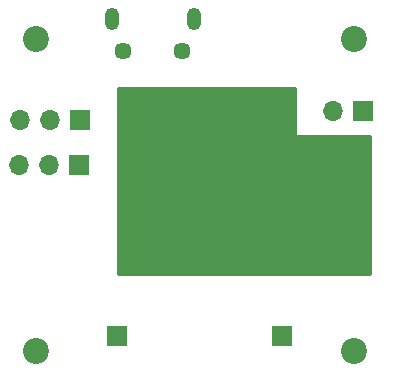
<source format=gbs>
%TF.GenerationSoftware,KiCad,Pcbnew,(6.0.2)*%
%TF.CreationDate,2022-12-08T21:29:48-08:00*%
%TF.ProjectId,touch_sensor_light,746f7563-685f-4736-956e-736f725f6c69,rev?*%
%TF.SameCoordinates,Original*%
%TF.FileFunction,Soldermask,Bot*%
%TF.FilePolarity,Negative*%
%FSLAX46Y46*%
G04 Gerber Fmt 4.6, Leading zero omitted, Abs format (unit mm)*
G04 Created by KiCad (PCBNEW (6.0.2)) date 2022-12-08 21:29:48*
%MOMM*%
%LPD*%
G01*
G04 APERTURE LIST*
%ADD10R,1.700000X1.700000*%
%ADD11O,1.700000X1.700000*%
%ADD12C,2.200000*%
%ADD13C,1.450000*%
%ADD14O,1.200000X1.900000*%
G04 APERTURE END LIST*
D10*
%TO.C,J6*%
X129540000Y-75692000D03*
%TD*%
%TO.C,J1*%
X136398000Y-56642000D03*
D11*
X133858000Y-56642000D03*
%TD*%
D12*
%TO.C,H1*%
X108686600Y-76911200D03*
%TD*%
%TO.C,H2*%
X108686600Y-50495200D03*
%TD*%
%TO.C,H3*%
X135636000Y-76962000D03*
%TD*%
D13*
%TO.C,J5*%
X121118000Y-51582500D03*
D14*
X122118000Y-48882500D03*
D13*
X116118000Y-51582500D03*
D14*
X115118000Y-48882500D03*
%TD*%
D10*
%TO.C,J4*%
X115570000Y-75692000D03*
%TD*%
%TO.C,J2*%
X112395000Y-61214000D03*
D11*
X109855000Y-61214000D03*
X107315000Y-61214000D03*
%TD*%
D10*
%TO.C,J3*%
X112410000Y-57379000D03*
D11*
X109870000Y-57379000D03*
X107330000Y-57379000D03*
%TD*%
D12*
%TO.C,H4*%
X135636000Y-50546000D03*
%TD*%
G36*
X130752121Y-54630002D02*
G01*
X130798614Y-54683658D01*
X130810000Y-54736000D01*
X130810000Y-58655885D01*
X130814475Y-58671124D01*
X130815865Y-58672329D01*
X130823548Y-58674000D01*
X137034000Y-58674000D01*
X137102121Y-58694002D01*
X137148614Y-58747658D01*
X137160000Y-58800000D01*
X137160000Y-70435200D01*
X137139998Y-70503321D01*
X137086342Y-70549814D01*
X137034000Y-70561200D01*
X115696000Y-70561200D01*
X115627879Y-70541198D01*
X115581386Y-70487542D01*
X115570000Y-70435200D01*
X115570000Y-54736000D01*
X115590002Y-54667879D01*
X115643658Y-54621386D01*
X115696000Y-54610000D01*
X130684000Y-54610000D01*
X130752121Y-54630002D01*
G37*
M02*

</source>
